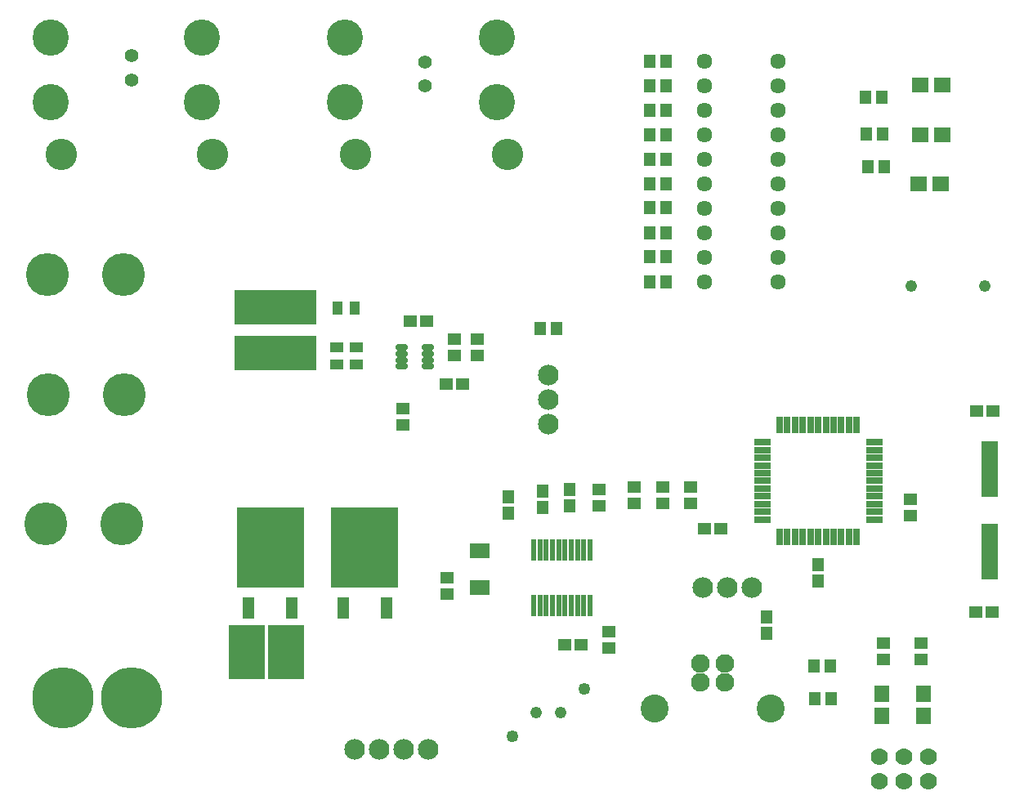
<source format=gbr>
G04 EAGLE Gerber RS-274X export*
G75*
%MOMM*%
%FSLAX34Y34*%
%LPD*%
%INSoldermask Top*%
%IPPOS*%
%AMOC8*
5,1,8,0,0,1.08239X$1,22.5*%
G01*
%ADD10R,1.254000X1.354000*%
%ADD11R,1.354000X1.254000*%
%ADD12C,4.445000*%
%ADD13C,2.133600*%
%ADD14C,3.754000*%
%ADD15C,3.254000*%
%ADD16R,1.244600X2.260600*%
%ADD17R,6.959600X8.280400*%
%ADD18C,6.350000*%
%ADD19R,0.609600X2.184400*%
%ADD20R,3.759200X5.588000*%
%ADD21R,8.458200X3.556000*%
%ADD22R,0.750000X1.750000*%
%ADD23R,1.750000X0.750000*%
%ADD24R,1.754000X5.754000*%
%ADD25C,1.609600*%
%ADD26R,1.498600X1.651000*%
%ADD27C,0.675000*%
%ADD28R,1.651000X1.498600*%
%ADD29C,1.209600*%
%ADD30C,1.254000*%
%ADD31R,1.054000X1.454000*%
%ADD32R,2.054000X1.594000*%
%ADD33R,1.454000X1.054000*%
%ADD34C,1.778000*%
%ADD35C,1.409600*%
%ADD36C,1.930400*%
%ADD37C,2.895600*%


D10*
X563880Y318380D03*
X563880Y301380D03*
X627380Y326000D03*
X627380Y309000D03*
X599440Y324730D03*
X599440Y307730D03*
D11*
X622690Y165100D03*
X639690Y165100D03*
D12*
X166370Y424180D03*
X87630Y424180D03*
X85090Y290830D03*
X163830Y290830D03*
D13*
X481330Y57150D03*
X455930Y57150D03*
X430530Y57150D03*
X405130Y57150D03*
D14*
X552450Y794540D03*
X552450Y727540D03*
D15*
X563450Y673540D03*
D14*
X90170Y794540D03*
X90170Y727540D03*
D15*
X101170Y673540D03*
D14*
X394970Y794540D03*
X394970Y727540D03*
D15*
X405970Y673540D03*
D14*
X246380Y794540D03*
X246380Y727540D03*
D15*
X257380Y673540D03*
D16*
X392790Y203835D03*
X437790Y203835D03*
D17*
X415290Y265938D03*
D16*
X295000Y203835D03*
X340000Y203835D03*
D17*
X317500Y265938D03*
D11*
X753110Y311540D03*
X753110Y328540D03*
X723900Y311540D03*
X723900Y328540D03*
X657860Y326000D03*
X657860Y309000D03*
X500380Y234560D03*
X500380Y217560D03*
X668020Y178680D03*
X668020Y161680D03*
D18*
X102870Y110490D03*
X173990Y110490D03*
D19*
X649010Y263652D03*
X642510Y263652D03*
X636010Y263652D03*
X629510Y263652D03*
X623010Y263652D03*
X616510Y263652D03*
X610010Y263652D03*
X603510Y263652D03*
X597010Y263652D03*
X590510Y263652D03*
X590510Y206248D03*
X597010Y206248D03*
X603510Y206248D03*
X610010Y206248D03*
X616510Y206248D03*
X623010Y206248D03*
X629510Y206248D03*
X636010Y206248D03*
X642510Y206248D03*
X649010Y206248D03*
D11*
X694690Y328540D03*
X694690Y311540D03*
D20*
X293116Y157480D03*
X334264Y157480D03*
D11*
X479670Y500380D03*
X462670Y500380D03*
X516500Y435610D03*
X499500Y435610D03*
D21*
X322580Y467995D03*
X322580Y514985D03*
D11*
X454660Y409820D03*
X454660Y392820D03*
D22*
X845190Y277280D03*
X853190Y277280D03*
X861190Y277280D03*
X869190Y277280D03*
X877190Y277280D03*
X885190Y277280D03*
X893190Y277280D03*
X901190Y277280D03*
X909190Y277280D03*
X917190Y277280D03*
X925190Y277280D03*
D23*
X943190Y295280D03*
X943190Y303280D03*
X943190Y311280D03*
X943190Y319280D03*
X943190Y327280D03*
X943190Y335280D03*
X943190Y343280D03*
X943190Y351280D03*
X943190Y359280D03*
X943190Y367280D03*
X943190Y375280D03*
D22*
X925190Y393280D03*
X917190Y393280D03*
X909190Y393280D03*
X901190Y393280D03*
X893190Y393280D03*
X885190Y393280D03*
X877190Y393280D03*
X869190Y393280D03*
X861190Y393280D03*
X853190Y393280D03*
X845190Y393280D03*
D23*
X827190Y375280D03*
X827190Y367280D03*
X827190Y359280D03*
X827190Y351280D03*
X827190Y343280D03*
X827190Y335280D03*
X827190Y327280D03*
X827190Y319280D03*
X827190Y311280D03*
X827190Y303280D03*
X827190Y295280D03*
D11*
X508000Y482210D03*
X508000Y465210D03*
X532130Y465210D03*
X532130Y482210D03*
D24*
X1062990Y261800D03*
X1062990Y347800D03*
D11*
X1066410Y407670D03*
X1049410Y407670D03*
X1065140Y199390D03*
X1048140Y199390D03*
X767470Y285750D03*
X784470Y285750D03*
X980440Y298840D03*
X980440Y315840D03*
D10*
X831850Y176920D03*
X831850Y193920D03*
X885190Y231530D03*
X885190Y248530D03*
D25*
X767080Y769620D03*
X767080Y744220D03*
X767080Y718820D03*
X767080Y693420D03*
X767080Y668020D03*
X767080Y642620D03*
X767080Y617220D03*
X767080Y591820D03*
X767080Y566420D03*
X767080Y541020D03*
X843280Y541020D03*
X843280Y566420D03*
X843280Y591820D03*
X843280Y617220D03*
X843280Y642620D03*
X843280Y668020D03*
X843280Y693420D03*
X843280Y718820D03*
X843280Y744220D03*
X843280Y769620D03*
D10*
X710320Y769620D03*
X727320Y769620D03*
X710320Y744220D03*
X727320Y744220D03*
X710320Y718820D03*
X727320Y718820D03*
X710320Y693420D03*
X727320Y693420D03*
X710320Y668020D03*
X727320Y668020D03*
X710320Y642620D03*
X727320Y642620D03*
X710320Y618490D03*
X727320Y618490D03*
X710320Y591820D03*
X727320Y591820D03*
X710320Y567690D03*
X727320Y567690D03*
X710320Y541020D03*
X727320Y541020D03*
D11*
X952500Y167250D03*
X952500Y150250D03*
X991870Y167250D03*
X991870Y150250D03*
D26*
X951230Y114300D03*
X951230Y91440D03*
X994410Y114300D03*
X994410Y91440D03*
D27*
X456860Y473300D02*
X450860Y473300D01*
X450860Y466800D02*
X456860Y466800D01*
X456860Y460300D02*
X450860Y460300D01*
X450860Y453800D02*
X456860Y453800D01*
X477860Y453800D02*
X483860Y453800D01*
X483860Y460300D02*
X477860Y460300D01*
X477860Y466800D02*
X483860Y466800D01*
X483860Y473300D02*
X477860Y473300D01*
D10*
X614290Y492760D03*
X597290Y492760D03*
D13*
X605790Y393700D03*
X605790Y419100D03*
X605790Y444500D03*
D10*
X936380Y660400D03*
X953380Y660400D03*
X935110Y694690D03*
X952110Y694690D03*
X933840Y732790D03*
X950840Y732790D03*
D28*
X990600Y745490D03*
X1013460Y745490D03*
X990600Y693420D03*
X1013460Y693420D03*
X989330Y642620D03*
X1012190Y642620D03*
D29*
X592709Y95250D03*
X618820Y95250D03*
D30*
X568325Y70358D03*
X643255Y120142D03*
D31*
X405240Y514350D03*
X387240Y514350D03*
D32*
X534670Y263140D03*
X534670Y224540D03*
D33*
X406400Y473820D03*
X406400Y455820D03*
X386080Y473820D03*
X386080Y455820D03*
D10*
X880500Y143510D03*
X897500Y143510D03*
X881770Y109220D03*
X898770Y109220D03*
D29*
X981710Y537210D03*
X1057710Y537210D03*
D34*
X948690Y24130D03*
X974090Y24130D03*
X999490Y24130D03*
X948690Y49530D03*
X974090Y49530D03*
X999490Y49530D03*
D13*
X765810Y224790D03*
X791210Y224790D03*
X816610Y224790D03*
D12*
X165100Y548640D03*
X86360Y548640D03*
D35*
X477520Y744220D03*
X477520Y769220D03*
X173990Y750570D03*
X173990Y775570D03*
D36*
X788470Y146172D03*
X763470Y146172D03*
X763470Y126360D03*
X788470Y126360D03*
D37*
X836168Y99182D03*
X715772Y99182D03*
M02*

</source>
